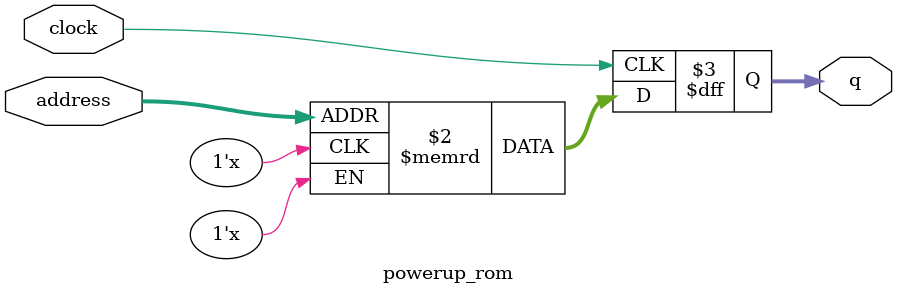
<source format=sv>
module powerup_rom (
	input logic clock,
	input logic [9:0] address,
	output logic [8:0] q
);

logic [8:0] memory [0:559] /* synthesis ram_init_file = "./powerup/powerup.mif" */;

always_ff @ (posedge clock) begin
	q <= memory[address];
end

endmodule

</source>
